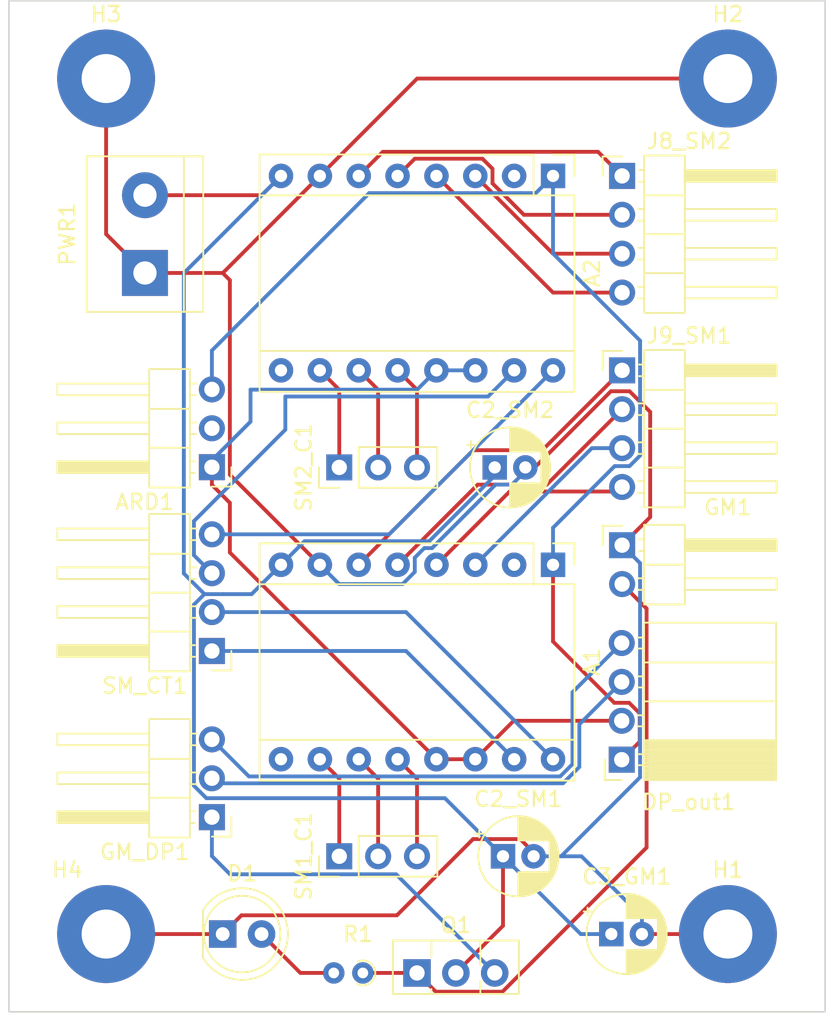
<source format=kicad_pcb>
(kicad_pcb (version 20211014) (generator pcbnew)
  (layers (0 "F.Cu" signal) (31 "B.Cu" signal) (34 "B.Paste" user) (35 "F.Paste" user) (36 "B.SilkS" user "B.Silkscreen") (37 "F.SilkS" user "F.Silkscreen") (38 "B.Mask" user) (39 "F.Mask" user) (44 "Edge.Cuts" user))
  (net 0 "")
  (net 1 "GND1")
  (net 2 "/A5V")
  (net 3 "Net-(A1-Pad3)")
  (net 4 "Net-(A1-Pad4)")
  (net 5 "Net-(A1-Pad5)")
  (net 6 "Net-(A1-Pad6)")
  (net 7 "GND")
  (net 8 "/power_supply_12V")
  (net 10 "Net-(A1-Pad10)")
  (net 11 "Net-(A1-Pad11)")
  (net 12 "Net-(A1-Pad12)")
  (net 13 "/step_SM1")
  (net 14 "/dir_SM1")
  (net 15 "Net-(A2-Pad3)")
  (net 16 "Net-(A2-Pad4)")
  (net 17 "Net-(A2-Pad5)")
  (net 18 "Net-(A2-Pad6)")
  (net 20 "Net-(A2-Pad10)")
  (net 21 "Net-(A2-Pad11)")
  (net 22 "Net-(A2-Pad12)")
  (net 23 "/step_SM2")
  (net 24 "/dir_SM2")
  (net 25 "Net-(D1-Pad2)")
  (net 26 "/A3V3")
  (net 27 "/controll_GM1")
  (net 28 "/SDA_display")
  (net 29 "/SCK_display")
  (net 30 "Net-(GM1-Pad2)")
  (footprint "MountingHole:MountingHole_3.2mm_M3_Pad" (layer "F.Cu") (at 109.22 106.68)
    (fp_text reference "H4" (at -2.54 -4.2) (layer "F.SilkS"))
    (fp_text value "MountingHole_Pad")
    (pad "1" thru_hole circle (at 0 0) (size 6.4 6.4) (drill 3.2) (layers *.Cu *.Mask) (net 7 "GND"))
  )
  (footprint "Capacitor_THT:CP_Radial_D5.0mm_P2.00mm" (layer "F.Cu") (at 142.24 106.68)
    (fp_text reference "C3_GM1" (at 1 -3.75) (layer "F.SilkS"))
    (fp_text value "C_Polarized")
    (pad "1" thru_hole rect (at 0 0) (size 1.6 1.6) (drill 0.8) (layers *.Cu *.Mask) (net 8 "/power_supply_12V"))
    (pad "2" thru_hole circle (at 2 0) (size 1.6 1.6) (drill 0.8) (layers *.Cu *.Mask) (net 7 "GND"))
  )
  (footprint "Module:Pololu_Breakout-16_15.2x20.3mm" (layer "F.Cu") (at 138.43 57.16 -90)
    (fp_text reference "A2" (at 6.35 -2.54 90) (layer "F.SilkS"))
    (fp_text value "Pololu_Breakout_DRV8825")
    (pad "1" thru_hole rect (at 0 0 270) (size 1.6 1.6) (drill 0.8) (layers *.Cu *.Mask) (net 1 "GND1"))
    (pad "2" thru_hole oval (at 0 2.54 270) (size 1.6 1.6) (drill 0.8) (layers *.Cu *.Mask))
    (pad "3" thru_hole oval (at 0 5.08 270) (size 1.6 1.6) (drill 0.8) (layers *.Cu *.Mask) (net 15 "Net-(A2-Pad3)"))
    (pad "4" thru_hole oval (at 0 7.62 270) (size 1.6 1.6) (drill 0.8) (layers *.Cu *.Mask) (net 16 "Net-(A2-Pad4)"))
    (pad "5" thru_hole oval (at 0 10.16 270) (size 1.6 1.6) (drill 0.8) (layers *.Cu *.Mask) (net 17 "Net-(A2-Pad5)"))
    (pad "6" thru_hole oval (at 0 12.7 270) (size 1.6 1.6) (drill 0.8) (layers *.Cu *.Mask) (net 18 "Net-(A2-Pad6)"))
    (pad "7" thru_hole oval (at 0 15.24 270) (size 1.6 1.6) (drill 0.8) (layers *.Cu *.Mask) (net 7 "GND"))
    (pad "8" thru_hole oval (at 0 17.78 270) (size 1.6 1.6) (drill 0.8) (layers *.Cu *.Mask) (net 8 "/power_supply_12V"))
    (pad "9" thru_hole oval (at 12.7 17.78 270) (size 1.6 1.6) (drill 0.8) (layers *.Cu *.Mask))
    (pad "10" thru_hole oval (at 12.7 15.24 270) (size 1.6 1.6) (drill 0.8) (layers *.Cu *.Mask) (net 20 "Net-(A2-Pad10)"))
    (pad "11" thru_hole oval (at 12.7 12.7 270) (size 1.6 1.6) (drill 0.8) (layers *.Cu *.Mask) (net 21 "Net-(A2-Pad11)"))
    (pad "12" thru_hole oval (at 12.7 10.16 270) (size 1.6 1.6) (drill 0.8) (layers *.Cu *.Mask) (net 22 "Net-(A2-Pad12)"))
    (pad "13" thru_hole oval (at 12.7 7.62 270) (size 1.6 1.6) (drill 0.8) (layers *.Cu *.Mask) (net 2 "/A5V"))
    (pad "14" thru_hole oval (at 12.7 5.08 270) (size 1.6 1.6) (drill 0.8) (layers *.Cu *.Mask) (net 2 "/A5V"))
    (pad "15" thru_hole oval (at 12.7 2.54 270) (size 1.6 1.6) (drill 0.8) (layers *.Cu *.Mask) (net 23 "/step_SM2"))
    (pad "16" thru_hole oval (at 12.7 0 270) (size 1.6 1.6) (drill 0.8) (layers *.Cu *.Mask) (net 24 "/dir_SM2"))
  )
  (footprint "Module:Pololu_Breakout-16_15.2x20.3mm" (layer "F.Cu") (at 138.43 82.56 -90)
    (fp_text reference "A1" (at 6.35 -2.54 90) (layer "F.SilkS"))
    (fp_text value "Pololu_Breakout_DRV8825")
    (pad "1" thru_hole rect (at 0 0 270) (size 1.6 1.6) (drill 0.8) (layers *.Cu *.Mask) (net 1 "GND1"))
    (pad "2" thru_hole oval (at 0 2.54 270) (size 1.6 1.6) (drill 0.8) (layers *.Cu *.Mask))
    (pad "3" thru_hole oval (at 0 5.08 270) (size 1.6 1.6) (drill 0.8) (layers *.Cu *.Mask) (net 3 "Net-(A1-Pad3)"))
    (pad "4" thru_hole oval (at 0 7.62 270) (size 1.6 1.6) (drill 0.8) (layers *.Cu *.Mask) (net 4 "Net-(A1-Pad4)"))
    (pad "5" thru_hole oval (at 0 10.16 270) (size 1.6 1.6) (drill 0.8) (layers *.Cu *.Mask) (net 5 "Net-(A1-Pad5)"))
    (pad "6" thru_hole oval (at 0 12.7 270) (size 1.6 1.6) (drill 0.8) (layers *.Cu *.Mask) (net 6 "Net-(A1-Pad6)"))
    (pad "7" thru_hole oval (at 0 15.24 270) (size 1.6 1.6) (drill 0.8) (layers *.Cu *.Mask) (net 7 "GND"))
    (pad "8" thru_hole oval (at 0 17.78 270) (size 1.6 1.6) (drill 0.8) (layers *.Cu *.Mask) (net 8 "/power_supply_12V"))
    (pad "9" thru_hole oval (at 12.7 17.78 270) (size 1.6 1.6) (drill 0.8) (layers *.Cu *.Mask))
    (pad "10" thru_hole oval (at 12.7 15.24 270) (size 1.6 1.6) (drill 0.8) (layers *.Cu *.Mask) (net 10 "Net-(A1-Pad10)"))
    (pad "11" thru_hole oval (at 12.7 12.7 270) (size 1.6 1.6) (drill 0.8) (layers *.Cu *.Mask) (net 11 "Net-(A1-Pad11)"))
    (pad "12" thru_hole oval (at 12.7 10.16 270) (size 1.6 1.6) (drill 0.8) (layers *.Cu *.Mask) (net 12 "Net-(A1-Pad12)"))
    (pad "13" thru_hole oval (at 12.7 7.62 270) (size 1.6 1.6) (drill 0.8) (layers *.Cu *.Mask) (net 2 "/A5V"))
    (pad "14" thru_hole oval (at 12.7 5.08 270) (size 1.6 1.6) (drill 0.8) (layers *.Cu *.Mask) (net 2 "/A5V"))
    (pad "15" thru_hole oval (at 12.7 2.54 270) (size 1.6 1.6) (drill 0.8) (layers *.Cu *.Mask) (net 13 "/step_SM1"))
    (pad "16" thru_hole oval (at 12.7 0 270) (size 1.6 1.6) (drill 0.8) (layers *.Cu *.Mask) (net 14 "/dir_SM1"))
  )
  (footprint "LED_THT:LED_D5.0mm" (layer "F.Cu") (at 116.84 106.68)
    (fp_text reference "D1" (at 1.27 -3.96) (layer "F.SilkS"))
    (fp_text value "LED")
    (pad "1" thru_hole rect (at 0 0) (size 1.8 1.8) (drill 0.9) (layers *.Cu *.Mask) (net 7 "GND"))
    (pad "2" thru_hole circle (at 2.54 0) (size 1.8 1.8) (drill 0.9) (layers *.Cu *.Mask) (net 25 "Net-(D1-Pad2)"))
  )
  (footprint "Connector_PinHeader_2.54mm:PinHeader_1x04_P2.54mm_Horizontal" (layer "F.Cu") (at 142.945 57.16)
    (fp_text reference "J8_SM2" (at 4.385 -2.27) (layer "F.SilkS"))
    (fp_text value "Conn_01x04_Male")
    (pad "1" thru_hole rect (at 0 0) (size 1.7 1.7) (drill 1) (layers *.Cu *.Mask) (net 18 "Net-(A2-Pad6)"))
    (pad "2" thru_hole oval (at 0 2.54) (size 1.7 1.7) (drill 1) (layers *.Cu *.Mask) (net 17 "Net-(A2-Pad5)"))
    (pad "3" thru_hole oval (at 0 5.08) (size 1.7 1.7) (drill 1) (layers *.Cu *.Mask) (net 15 "Net-(A2-Pad3)"))
    (pad "4" thru_hole oval (at 0 7.62) (size 1.7 1.7) (drill 1) (layers *.Cu *.Mask) (net 16 "Net-(A2-Pad4)"))
  )
  (footprint "Connector_PinHeader_2.54mm:PinHeader_1x03_P2.54mm_Vertical" (layer "F.Cu") (at 124.46 101.6 90)
    (fp_text reference "SM1_C1" (at 0 -2.33 90) (layer "F.SilkS"))
    (fp_text value "Conn_01x03_Male")
    (pad "1" thru_hole rect (at 0 0 90) (size 1.7 1.7) (drill 1) (layers *.Cu *.Mask) (net 10 "Net-(A1-Pad10)"))
    (pad "2" thru_hole oval (at 0 2.54 90) (size 1.7 1.7) (drill 1) (layers *.Cu *.Mask) (net 11 "Net-(A1-Pad11)"))
    (pad "3" thru_hole oval (at 0 5.08 90) (size 1.7 1.7) (drill 1) (layers *.Cu *.Mask) (net 12 "Net-(A1-Pad12)"))
  )
  (footprint "MountingHole:MountingHole_3.2mm_M3_Pad" (layer "F.Cu") (at 149.86 50.8)
    (fp_text reference "H2" (at 0 -4.2) (layer "F.SilkS"))
    (fp_text value "MountingHole_Pad")
    (pad "1" thru_hole circle (at 0 0) (size 6.4 6.4) (drill 3.2) (layers *.Cu *.Mask) (net 7 "GND"))
  )
  (footprint "Connector_PinHeader_2.54mm:PinHeader_1x04_P2.54mm_Horizontal" (layer "F.Cu") (at 116.135 88.19 180)
    (fp_text reference "SM_CT1" (at 4.385 -2.27) (layer "F.SilkS"))
    (fp_text value "Conn_01x04_Male")
    (pad "1" thru_hole rect (at 0 0 180) (size 1.7 1.7) (drill 1) (layers *.Cu *.Mask) (net 13 "/step_SM1"))
    (pad "2" thru_hole oval (at 0 2.54 180) (size 1.7 1.7) (drill 1) (layers *.Cu *.Mask) (net 14 "/dir_SM1"))
    (pad "3" thru_hole oval (at 0 5.08 180) (size 1.7 1.7) (drill 1) (layers *.Cu *.Mask) (net 23 "/step_SM2"))
    (pad "4" thru_hole oval (at 0 7.62 180) (size 1.7 1.7) (drill 1) (layers *.Cu *.Mask) (net 24 "/dir_SM2"))
  )
  (footprint "Connector_PinSocket_2.54mm:PinSocket_1x04_P2.54mm_Horizontal" (layer "F.Cu") (at 142.92 95.29 180)
    (fp_text reference "DP_out1" (at -4.38 -2.77) (layer "F.SilkS"))
    (fp_text value "Conn_01x04_Female")
    (pad "1" thru_hole rect (at 0 0 180) (size 1.7 1.7) (drill 1) (layers *.Cu *.Mask) (net 1 "GND1"))
    (pad "2" thru_hole oval (at 0 2.54 180) (size 1.7 1.7) (drill 1) (layers *.Cu *.Mask) (net 2 "/A5V"))
    (pad "3" thru_hole oval (at 0 5.08 180) (size 1.7 1.7) (drill 1) (layers *.Cu *.Mask) (net 28 "/SDA_display"))
    (pad "4" thru_hole oval (at 0 7.62 180) (size 1.7 1.7) (drill 1) (layers *.Cu *.Mask) (net 29 "/SCK_display"))
  )
  (footprint "Connector_PinHeader_2.54mm:PinHeader_1x03_P2.54mm_Horizontal" (layer "F.Cu") (at 116.135 76.185 180)
    (fp_text reference "ARD1" (at 4.385 -2.27) (layer "F.SilkS"))
    (fp_text value "Conn_01x03_Male")
    (pad "1" thru_hole rect (at 0 0 180) (size 1.7 1.7) (drill 1) (layers *.Cu *.Mask) (net 2 "/A5V"))
    (pad "2" thru_hole oval (at 0 2.54 180) (size 1.7 1.7) (drill 1) (layers *.Cu *.Mask) (net 26 "/A3V3"))
    (pad "3" thru_hole oval (at 0 5.08 180) (size 1.7 1.7) (drill 1) (layers *.Cu *.Mask) (net 1 "GND1"))
  )
  (footprint "Connector_PinHeader_2.54mm:PinHeader_1x03_P2.54mm_Vertical" (layer "F.Cu") (at 124.46 76.2 90)
    (fp_text reference "SM2_C1" (at 0 -2.33 90) (layer "F.SilkS"))
    (fp_text value "Conn_01x03_Male")
    (pad "1" thru_hole rect (at 0 0 90) (size 1.7 1.7) (drill 1) (layers *.Cu *.Mask) (net 20 "Net-(A2-Pad10)"))
    (pad "2" thru_hole oval (at 0 2.54 90) (size 1.7 1.7) (drill 1) (layers *.Cu *.Mask) (net 21 "Net-(A2-Pad11)"))
    (pad "3" thru_hole oval (at 0 5.08 90) (size 1.7 1.7) (drill 1) (layers *.Cu *.Mask) (net 22 "Net-(A2-Pad12)"))
  )
  (footprint "Connector_PinHeader_2.54mm:PinHeader_1x03_P2.54mm_Horizontal" (layer "F.Cu") (at 116.135 99.045 180)
    (fp_text reference "GM_DP1" (at 4.385 -2.27) (layer "F.SilkS"))
    (fp_text value "Conn_01x03_Male")
    (pad "1" thru_hole rect (at 0 0 180) (size 1.7 1.7) (drill 1) (layers *.Cu *.Mask) (net 27 "/controll_GM1"))
    (pad "2" thru_hole oval (at 0 2.54 180) (size 1.7 1.7) (drill 1) (layers *.Cu *.Mask) (net 28 "/SDA_display"))
    (pad "3" thru_hole oval (at 0 5.08 180) (size 1.7 1.7) (drill 1) (layers *.Cu *.Mask) (net 29 "/SCK_display"))
  )
  (footprint "Resistor_THT:R_Axial_DIN0204_L3.6mm_D1.6mm_P1.90mm_Vertical" (layer "F.Cu") (at 126 109.22 180)
    (fp_text reference "R1" (at 0.320095 2.54) (layer "F.SilkS"))
    (fp_text value "R")
    (pad "1" thru_hole circle (at 0 0 180) (size 1.4 1.4) (drill 0.7) (layers *.Cu *.Mask) (net 30 "Net-(GM1-Pad2)"))
    (pad "2" thru_hole oval (at 1.9 0 180) (size 1.4 1.4) (drill 0.7) (layers *.Cu *.Mask) (net 25 "Net-(D1-Pad2)"))
  )
  (footprint "TerminalBlock:TerminalBlock_bornier-2_P5.08mm" (layer "F.Cu") (at 111.76 63.5 90)
    (fp_text reference "PWR1" (at 2.54 -5.08 90) (layer "F.SilkS"))
    (fp_text value "Screw_Terminal_01x02")
    (pad "1" thru_hole rect (at 0 0 90) (size 3 3) (drill 1.52) (layers *.Cu *.Mask) (net 7 "GND"))
    (pad "2" thru_hole circle (at 5.08 0 90) (size 3 3) (drill 1.52) (layers *.Cu *.Mask) (net 8 "/power_supply_12V"))
  )
  (footprint "MountingHole:MountingHole_3.2mm_M3_Pad" (layer "F.Cu") (at 109.22 50.8)
    (fp_text reference "H3" (at 0 -4.2) (layer "F.SilkS"))
    (fp_text value "MountingHole_Pad")
    (pad "1" thru_hole circle (at 0 0) (size 6.4 6.4) (drill 3.2) (layers *.Cu *.Mask) (net 7 "GND"))
  )
  (footprint "Capacitor_THT:CP_Radial_D5.0mm_P2.00mm" (layer "F.Cu") (at 135.16 101.6)
    (fp_text reference "C2_SM1" (at 1 -3.75) (layer "F.SilkS"))
    (fp_text value "C_Polarized")
    (pad "1" thru_hole rect (at 0 0) (size 1.6 1.6) (drill 0.8) (layers *.Cu *.Mask) (net 8 "/power_supply_12V"))
    (pad "2" thru_hole circle (at 2 0) (size 1.6 1.6) (drill 0.8) (layers *.Cu *.Mask) (net 7 "GND"))
  )
  (footprint "Connector_PinHeader_2.54mm:PinHeader_1x04_P2.54mm_Horizontal" (layer "F.Cu") (at 142.945 69.86)
    (fp_text reference "J9_SM1" (at 4.385 -2.27) (layer "F.SilkS"))
    (fp_text value "Conn_01x04_Male")
    (pad "1" thru_hole rect (at 0 0) (size 1.7 1.7) (drill 1) (layers *.Cu *.Mask) (net 6 "Net-(A1-Pad6)"))
    (pad "2" thru_hole oval (at 0 2.54) (size 1.7 1.7) (drill 1) (layers *.Cu *.Mask) (net 5 "Net-(A1-Pad5)"))
    (pad "3" thru_hole oval (at 0 5.08) (size 1.7 1.7) (drill 1) (layers *.Cu *.Mask) (net 3 "Net-(A1-Pad3)"))
    (pad "4" thru_hole oval (at 0 7.62) (size 1.7 1.7) (drill 1) (layers *.Cu *.Mask) (net 4 "Net-(A1-Pad4)"))
  )
  (footprint "Connector_PinHeader_2.54mm:PinHeader_1x02_P2.54mm_Horizontal" (layer "F.Cu") (at 142.945 81.28)
    (fp_text reference "GM1" (at 6.915 -2.47) (layer "F.SilkS"))
    (fp_text value "Conn_01x02_Male")
    (pad "1" thru_hole rect (at 0 0) (size 1.7 1.7) (drill 1) (layers *.Cu *.Mask) (net 7 "GND"))
    (pad "2" thru_hole oval (at 0 2.54) (size 1.7 1.7) (drill 1) (layers *.Cu *.Mask) (net 30 "Net-(GM1-Pad2)"))
  )
  (footprint "Package_TO_SOT_THT:TO-126-3_Vertical" (layer "F.Cu") (at 129.54 109.22)
    (fp_text reference "Q1" (at 2.54 -3.12) (layer "F.SilkS"))
    (fp_text value "BD233")
    (pad "1" thru_hole rect (at 0 0) (size 1.8 1.8) (drill 1) (layers *.Cu *.Mask) (net 30 "Net-(GM1-Pad2)"))
    (pad "2" thru_hole oval (at 2.54 0) (size 1.8 1.8) (drill 1) (layers *.Cu *.Mask) (net 8 "/power_supply_12V"))
    (pad "3" thru_hole oval (at 5.08 0) (size 1.8 1.8) (drill 1) (layers *.Cu *.Mask) (net 27 "/controll_GM1"))
  )
  (footprint "Capacitor_THT:CP_Radial_D5.0mm_P2.00mm" (layer "F.Cu") (at 134.62 76.2)
    (fp_text reference "C2_SM2" (at 1 -3.75) (layer "F.SilkS"))
    (fp_text value "C_Polarized")
    (pad "1" thru_hole rect (at 0 0) (size 1.6 1.6) (drill 0.8) (layers *.Cu *.Mask) (net 8 "/power_supply_12V"))
    (pad "2" thru_hole circle (at 2 0) (size 1.6 1.6) (drill 0.8) (layers *.Cu *.Mask) (net 7 "GND"))
  )
  (footprint "MountingHole:MountingHole_3.2mm_M3_Pad" (layer "F.Cu") (at 149.86 106.68)
    (fp_text reference "H1" (at 0 -4.2) (layer "F.SilkS"))
    (fp_text value "MountingHole_Pad")
    (pad "1" thru_hole circle (at 0 0) (size 6.4 6.4) (drill 3.2) (layers *.Cu *.Mask) (net 7 "GND"))
  )
  (gr_rect (start 102.87 45.72) (end 156.21 111.76) (layer "Edge.Cuts") (width 0.1) (fill none))
  (segment (start 144.094511 94.115489) (end 142.92 95.29) (width 0.25) (layer "F.Cu") (net 1))
  (segment (start 143.406499 91.575489) (end 144.094511 92.263501) (width 0.25) (layer "F.Cu") (net 1))
  (segment (start 138.43 87.571988) (end 142.433501 91.575489) (width 0.25) (layer "F.Cu") (net 1))
  (segment (start 144.094511 92.263501) (end 144.094511 94.115489) (width 0.25) (layer "F.Cu") (net 1))
  (segment (start 138.43 82.56) (end 138.43 87.571988) (width 0.25) (layer "F.Cu") (net 1))
  (segment (start 142.433501 91.575489) (end 143.406499 91.575489) (width 0.25) (layer "F.Cu") (net 1))
  (segment (start 144.119511 75.426499) (end 144.119511 67.919511) (width 0.25) (layer "B.Cu") (net 1))
  (segment (start 144.119511 67.919511) (end 138.43 62.23) (width 0.25) (layer "B.Cu") (net 1))
  (segment (start 116.135 71.105) (end 116.135 68.565) (width 0.25) (layer "B.Cu") (net 1))
  (segment (start 116.135 68.565) (end 126.415489 58.284511) (width 0.25) (layer "B.Cu") (net 1))
  (segment (start 137.305489 58.284511) (end 138.43 57.16) (width 0.25) (layer "B.Cu") (net 1))
  (segment (start 138.43 82.56) (end 138.43 80.143012) (width 0.25) (layer "B.Cu") (net 1))
  (segment (start 126.415489 58.284511) (end 137.305489 58.284511) (width 0.25) (layer "B.Cu") (net 1))
  (segment (start 138.43 80.143012) (end 142.458501 76.114511) (width 0.25) (layer "B.Cu") (net 1))
  (segment (start 142.458501 76.114511) (end 143.431499 76.114511) (width 0.25) (layer "B.Cu") (net 1))
  (segment (start 143.431499 76.114511) (end 144.119511 75.426499) (width 0.25) (layer "B.Cu") (net 1))
  (segment (start 138.43 62.23) (end 138.43 57.16) (width 0.25) (layer "B.Cu") (net 1))
  (segment (start 117.309511 78.514511) (end 116.135 77.34) (width 0.25) (layer "F.Cu") (net 2))
  (segment (start 117.309511 81.759511) (end 117.309511 78.514511) (width 0.25) (layer "F.Cu") (net 2))
  (segment (start 135.86 92.75) (end 142.92 92.75) (width 0.25) (layer "F.Cu") (net 2))
  (segment (start 130.81 95.26) (end 117.309511 81.759511) (width 0.25) (layer "F.Cu") (net 2))
  (segment (start 116.135 77.34) (end 116.135 76.185) (width 0.25) (layer "F.Cu") (net 2))
  (segment (start 130.81 95.26) (end 133.35 95.26) (width 0.25) (layer "F.Cu") (net 2))
  (segment (start 133.35 95.26) (end 135.86 92.75) (width 0.25) (layer "F.Cu") (net 2))
  (segment (start 130.81 69.86) (end 133.35 69.86) (width 0.25) (layer "B.Cu") (net 2))
  (segment (start 118.66 73.208272) (end 115.909136 75.959136) (width 0.25) (layer "B.Cu") (net 2))
  (segment (start 129.55 71.12) (end 118.66 71.12) (width 0.25) (layer "B.Cu") (net 2))
  (segment (start 118.66 71.12) (end 118.66 73.208272) (width 0.25) (layer "B.Cu") (net 2))
  (segment (start 130.81 69.86) (end 129.55 71.12) (width 0.25) (layer "B.Cu") (net 2))
  (segment (start 133.35 82.56) (end 140.97 74.94) (width 0.25) (layer "B.Cu") (net 3))
  (segment (start 140.97 74.94) (end 142.945 74.94) (width 0.25) (layer "B.Cu") (net 3))
  (segment (start 142.650969 77.774031) (end 142.945 77.48) (width 0.25) (layer "F.Cu") (net 4))
  (segment (start 135.595969 77.774031) (end 142.650969 77.774031) (width 0.25) (layer "F.Cu") (net 4))
  (segment (start 130.81 82.56) (end 135.595969 77.774031) (width 0.25) (layer "F.Cu") (net 4))
  (segment (start 128.27 82.56) (end 133.505489 77.324511) (width 0.25) (layer "F.Cu") (net 5))
  (segment (start 138.020489 77.324511) (end 142.945 72.4) (width 0.25) (layer "F.Cu") (net 5))
  (segment (start 133.505489 77.324511) (end 138.020489 77.324511) (width 0.25) (layer "F.Cu") (net 5))
  (segment (start 133.214511 75.075489) (end 137.729511 75.075489) (width 0.25) (layer "F.Cu") (net 6))
  (segment (start 137.729511 75.075489) (end 142.945 69.86) (width 0.25) (layer "F.Cu") (net 6))
  (segment (start 125.73 82.56) (end 133.214511 75.075489) (width 0.25) (layer "F.Cu") (net 6))
  (segment (start 116.84 63.5) (end 111.76 63.5) (width 0.25) (layer "F.Cu") (net 7))
  (segment (start 109.22 60.96) (end 111.76 63.5) (width 0.25) (layer "F.Cu") (net 7))
  (segment (start 117.309511 63.969511) (end 116.85 63.51) (width 0.25) (layer "F.Cu") (net 7))
  (segment (start 117.309511 76.679511) (end 117.309511 63.969511) (width 0.25) (layer "F.Cu") (net 7))
  (segment (start 133.204511 100.475489) (end 128.224511 105.455489) (width 0.25) (layer "F.Cu") (net 7))
  (segment (start 136.284511 100.475489) (end 133.204511 100.475489) (width 0.25) (layer "F.Cu") (net 7))
  (segment (start 137.240718 76.2) (end 142.215229 71.225489) (width 0.25) (layer "F.Cu") (net 7))
  (segment (start 128.224511 105.455489) (end 118.064511 105.455489) (width 0.25) (layer "F.Cu") (net 7))
  (segment (start 116.85 63.5) (end 123.19 57.16) (width 0.25) (layer "F.Cu") (net 7))
  (segment (start 118.064511 105.455489) (end 116.84 106.68) (width 0.25) (layer "F.Cu") (net 7))
  (segment (start 116.85 63.51) (end 116.84 63.5) (width 0.25) (layer "F.Cu") (net 7))
  (segment (start 123.19 82.56) (end 117.309511 76.679511) (width 0.25) (layer "F.Cu") (net 7))
  (segment (start 142.215229 71.225489) (end 143.431499 71.225489) (width 0.25) (layer "F.Cu") (net 7))
  (segment (start 137.16 76.2) (end 137.240718 76.2) (width 0.25) (layer "F.Cu") (net 7))
  (segment (start 109.22 60.96) (end 109.22 50.8) (width 0.25) (layer "F.Cu") (net 7))
  (segment (start 144.24 106.68) (end 149.86 106.68) (width 0.25) (layer "F.Cu") (net 7))
  (segment (start 116.84 106.68) (end 109.22 106.68) (width 0.25) (layer "F.Cu") (net 7))
  (segment (start 144.78 72.57399) (end 144.78 79.445) (width 0.25) (layer "F.Cu") (net 7))
  (segment (start 123.19 57.16) (end 129.55 50.8) (width 0.25) (layer "F.Cu") (net 7))
  (segment (start 143.431499 71.225489) (end 144.78 72.57399) (width 0.25) (layer "F.Cu") (net 7))
  (segment (start 137.16 101.350978) (end 136.284511 100.475489) (width 0.25) (layer "F.Cu") (net 7))
  (segment (start 137.16 101.6) (end 137.16 101.350978) (width 0.25) (layer "F.Cu") (net 7))
  (segment (start 116.85 63.5) (end 116.85 63.51) (width 0.25) (layer "F.Cu") (net 7))
  (segment (start 144.78 79.445) (end 142.945 81.28) (width 0.25) (layer "F.Cu") (net 7))
  (segment (start 149.86 50.8) (end 129.55 50.8) (width 0.25) (layer "F.Cu") (net 7))
  (segment (start 129.394511 83.025789) (end 128.6003 83.82) (width 0.25) (layer "B.Cu") (net 7))
  (segment (start 130.019682 81.46904) (end 129.394511 82.094211) (width 0.25) (layer "B.Cu") (net 7))
  (segment (start 142.945 81.28) (end 144.119511 82.454511) (width 0.25) (layer "B.Cu") (net 7))
  (segment (start 140.29137 101.6) (end 144.24 105.54863) (width 0.25) (layer "B.Cu") (net 7))
  (segment (start 144.119511 96.439511) (end 138.959022 101.6) (width 0.25) (layer "B.Cu") (net 7))
  (segment (start 136.62 76.2) (end 136.62 76.449022) (width 0.25) (layer "B.Cu") (net 7))
  (segment (start 136.62 76.449022) (end 135.744511 77.324511) (width 0.25) (layer "B.Cu") (net 7))
  (segment (start 124.45 83.82) (end 123.19 82.56) (width 0.25) (layer "B.Cu") (net 7))
  (segment (start 130.526677 81.46904) (end 130.019682 81.46904) (width 0.25) (layer "B.Cu") (net 7))
  (segment (start 128.6003 83.82) (end 124.45 83.82) (width 0.25) (layer "B.Cu") (net 7))
  (segment (start 138.959022 101.6) (end 140.29137 101.6) (width 0.25) (layer "B.Cu") (net 7))
  (segment (start 135.744511 77.324511) (end 134.671206 77.324511) (width 0.25) (layer "B.Cu") (net 7))
  (segment (start 138.959022 101.6) (end 137.16 101.6) (width 0.25) (layer "B.Cu") (net 7))
  (segment (start 129.394511 82.094211) (end 129.394511 83.025789) (width 0.25) (layer "B.Cu") (net 7))
  (segment (start 144.24 105.54863) (end 144.24 106.68) (width 0.25) (layer "B.Cu") (net 7))
  (segment (start 144.119511 82.454511) (end 144.119511 96.439511) (width 0.25) (layer "B.Cu") (net 7))
  (segment (start 134.671206 77.324511) (end 130.526677 81.46904) (width 0.25) (layer "B.Cu") (net 7))
  (segment (start 135.16 106.14) (end 135.16 101.6) (width 0.25) (layer "F.Cu") (net 8))
  (segment (start 119.39 58.42) (end 120.65 57.16) (width 0.25) (layer "F.Cu") (net 8))
  (segment (start 132.08 109.22) (end 135.16 106.14) (width 0.25) (layer "F.Cu") (net 8))
  (segment (start 119.39 58.42) (end 111.76 58.42) (width 0.25) (layer "F.Cu") (net 8))
  (segment (start 120.65 57.16) (end 114.3 63.51) (width 0.25) (layer "B.Cu") (net 8))
  (segment (start 140.24 106.68) (end 142.24 106.68) (width 0.25) (layer "B.Cu") (net 8))
  (segment (start 114.960489 96.991499) (end 114.960489 85.163501) (width 0.25) (layer "B.Cu") (net 8))
  (segment (start 114.3 66.05) (end 114.3 83.126988) (width 0.25) (layer "B.Cu") (net 8))
  (segment (start 131.36452 97.80452) (end 135.16 101.6) (width 0.25) (layer "B.Cu") (net 8))
  (segment (start 130.34048 81.01952) (end 135.16 76.2) (width 0.25) (layer "B.Cu") (net 8))
  (segment (start 115.77351 97.80452) (end 114.960489 96.991499) (width 0.25) (layer "B.Cu") (net 8))
  (segment (start 114.3 83.126988) (end 115.648501 84.475489) (width 0.25) (layer "B.Cu") (net 8))
  (segment (start 131.36452 97.80452) (end 115.77351 97.80452) (width 0.25) (layer "B.Cu") (net 8))
  (segment (start 135.16 101.6) (end 140.24 106.68) (width 0.25) (layer "B.Cu") (net 8))
  (segment (start 116.84 84.475489) (end 118.734511 84.475489) (width 0.25) (layer "B.Cu") (net 8))
  (segment (start 122.19048 81.01952) (end 130.34048 81.01952) (width 0.25) (layer "B.Cu") (net 8))
  (segment (start 120.65 82.56) (end 122.19048 81.01952) (width 0.25) (layer "B.Cu") (net 8))
  (segment (start 114.960489 85.163501) (end 115.648501 84.475489) (width 0.25) (layer "B.Cu") (net 8))
  (segment (start 115.648501 84.475489) (end 116.84 84.475489) (width 0.25) (layer "B.Cu") (net 8))
  (segment (start 118.734511 84.475489) (end 120.65 82.56) (width 0.25) (layer "B.Cu") (net 8))
  (segment (start 114.3 63.51) (end 114.3 66.04) (width 0.25) (layer "B.Cu") (net 8))
  (segment (start 124.46 101.6) (end 124.46 96.53) (width 0.25) (layer "F.Cu") (net 10))
  (segment (start 124.46 96.53) (end 123.19 95.26) (width 0.25) (layer "F.Cu") (net 10))
  (segment (start 127 96.53) (end 125.73 95.26) (width 0.25) (layer "F.Cu") (net 11))
  (segment (start 127 101.6) (end 127 96.53) (width 0.25) (layer "F.Cu") (net 11))
  (segment (start 129.54 96.53) (end 128.27 95.26) (width 0.25) (layer "F.Cu") (net 12))
  (segment (start 129.54 101.6) (end 129.54 96.53) (width 0.25) (layer "F.Cu") (net 12))
  (segment (start 116.135 88.19) (end 128.82 88.19) (width 0.25) (layer "B.Cu") (net 13))
  (segment (start 128.82 88.19) (end 135.89 95.26) (width 0.25) (layer "B.Cu") (net 13))
  (segment (start 116.135 85.65) (end 128.82 85.65) (width 0.25) (layer "B.Cu") (net 14))
  (segment (start 128.82 85.65) (end 138.43 95.26) (width 0.25) (layer "B.Cu") (net 14))
  (segment (start 138.43 62.24) (end 142.945 62.24) (width 0.25) (layer "F.Cu") (net 15))
  (segment (start 133.35 57.16) (end 138.43 62.24) (width 0.25) (layer "F.Cu") (net 15))
  (segment (start 130.81 57.16) (end 138.43 64.78) (width 0.25) (layer "F.Cu") (net 16))
  (segment (start 138.43 64.78) (end 142.945 64.78) (width 0.25) (layer "F.Cu") (net 16))
  (segment (start 134.474511 56.694211) (end 134.474511 57.648793) (width 0.25) (layer "F.Cu") (net 17))
  (segment (start 136.525718 59.7) (end 142.945 59.7) (width 0.25) (layer "F.Cu") (net 17))
  (segment (start 133.815789 56.035489) (end 134.474511 56.694211) (width 0.25) (layer "F.Cu") (net 17))
  (segment (start 134.474511 57.648793) (end 136.525718 59.7) (width 0.25) (layer "F.Cu") (net 17))
  (segment (start 128.27 57.16) (end 129.394511 56.035489) (width 0.25) (layer "F.Cu") (net 17))
  (segment (start 129.394511 56.035489) (end 133.815789 56.035489) (width 0.25) (layer "F.Cu") (net 17))
  (segment (start 127.304031 55.585969) (end 141.370969 55.585969) (width 0.25) (layer "F.Cu") (net 18))
  (segment (start 125.73 57.16) (end 127.304031 55.585969) (width 0.25) (layer "F.Cu") (net 18))
  (segment (start 141.370969 55.585969) (end 142.945 57.16) (width 0.25) (layer "F.Cu") (net 18))
  (segment (start 124.46 76.2) (end 124.46 71.13) (width 0.25) (layer "F.Cu") (net 20))
  (segment (start 124.46 71.13) (end 123.19 69.86) (width 0.25) (layer "F.Cu") (net 20))
  (segment (start 127 71.13) (end 125.73 69.86) (width 0.25) (layer "F.Cu") (net 21))
  (segment (start 127 76.2) (end 127 71.13) (width 0.25) (layer "F.Cu") (net 21))
  (segment (start 129.54 71.13) (end 128.27 69.86) (width 0.25) (layer "F.Cu") (net 22))
  (segment (start 129.54 76.2) (end 129.54 71.13) (width 0.25) (layer "F.Cu") (net 22))
  (segment (start 120.93447 73.734552) (end 114.960489 79.708533) (width 0.25) (layer "B.Cu") (net 23))
  (segment (start 120.93447 71.56952) (end 120.93447 73.734552) (width 0.25) (layer "B.Cu") (net 23))
  (segment (start 135.89 69.86) (end 134.18048 71.56952) (width 0.25) (layer "B.Cu") (net 23))
  (segment (start 114.960489 79.708533) (end 114.960489 81.935489) (width 0.25) (layer "B.Cu") (net 23))
  (segment (start 114.960489 81.935489) (end 116.135 83.11) (width 0.25) (layer "B.Cu") (net 23))
  (segment (start 134.18048 71.56952) (end 120.93447 71.56952) (width 0.25) (layer "B.Cu") (net 23))
  (segment (start 127.72 80.57) (end 138.43 69.86) (width 0.25) (layer "B.Cu") (net 24))
  (segment (start 116.135 80.57) (end 127.72 80.57) (width 0.25) (layer "B.Cu") (net 24))
  (segment (start 124.1 109.22) (end 121.92 109.22) (width 0.25) (layer "F.Cu") (net 25))
  (segment (start 121.92 109.22) (end 119.38 106.68) (width 0.25) (layer "F.Cu") (net 25))
  (segment (start 128.174511 102.774511) (end 134.62 109.22) (width 0.25) (layer "B.Cu") (net 27))
  (segment (start 116.135 99.045) (end 116.135 101.585) (width 0.25) (layer "B.Cu") (net 27))
  (segment (start 117.324511 102.774511) (end 128.174511 102.774511) (width 0.25) (layer "B.Cu") (net 27))
  (segment (start 116.135 101.585) (end 117.324511 102.774511) (width 0.25) (layer "B.Cu") (net 27))
  (segment (start 116.464031 96.834031) (end 139.081986 96.834031) (width 0.25) (layer "B.Cu") (net 28))
  (segment (start 140.14952 92.98048) (end 142.92 90.21) (width 0.25) (layer "B.Cu") (net 28))
  (segment (start 140.14952 95.766497) (end 140.14952 92.98048) (width 0.25) (layer "B.Cu") (net 28))
  (segment (start 116.135 96.505) (end 116.464031 96.834031) (width 0.25) (layer "B.Cu") (net 28))
  (segment (start 139.081986 96.834031) (end 140.14952 95.766497) (width 0.25) (layer "B.Cu") (net 28))
  (segment (start 138.895789 96.384511) (end 118.554511 96.384511) (width 0.25) (layer "B.Cu") (net 29))
  (segment (start 139.7 90.89) (end 142.92 87.67) (width 0.25) (layer "B.Cu") (net 29))
  (segment (start 118.554511 96.384511) (end 116.135 93.965) (width 0.25) (layer "B.Cu") (net 29))
  (segment (start 139.7 95.5803) (end 139.7 90.89) (width 0.25) (layer "B.Cu") (net 29))
  (segment (start 138.895789 96.384511) (end 139.7 95.5803) (width 0.25) (layer "B.Cu") (net 29))
  (segment (start 144.544031 85.419031) (end 142.945 83.82) (width 0.25) (layer "F.Cu") (net 30))
  (segment (start 129.54 109.22) (end 130.764511 110.444511) (width 0.25) (layer "F.Cu") (net 30))
  (segment (start 144.544031 101.02769) (end 144.544031 85.419031) (width 0.25) (layer "F.Cu") (net 30))
  (segment (start 129.54 109.22) (end 126 109.22) (width 0.25) (layer "F.Cu") (net 30))
  (segment (start 130.764511 110.444511) (end 135.12721 110.444511) (width 0.25) (layer "F.Cu") (net 30))
  (segment (start 135.12721 110.444511) (end 144.544031 101.02769) (width 0.25) (layer "F.Cu") (net 30))
)
</source>
